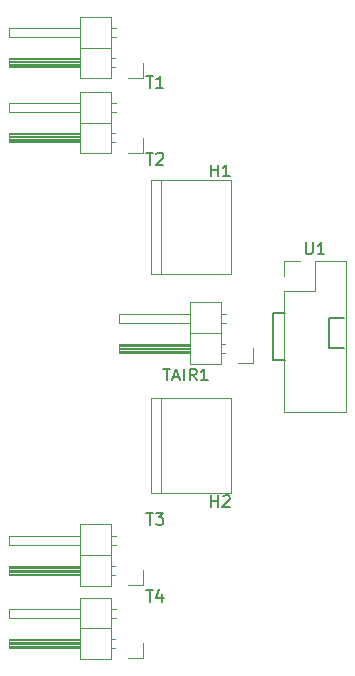
<source format=gto>
G04 #@! TF.GenerationSoftware,KiCad,Pcbnew,(5.1.6-0-10_14)*
G04 #@! TF.CreationDate,2020-08-07T14:52:54+09:00*
G04 #@! TF.ProjectId,con_lid_2x8,636f6e5f-6c69-4645-9f32-78382e6b6963,rev?*
G04 #@! TF.SameCoordinates,Original*
G04 #@! TF.FileFunction,Legend,Top*
G04 #@! TF.FilePolarity,Positive*
%FSLAX46Y46*%
G04 Gerber Fmt 4.6, Leading zero omitted, Abs format (unit mm)*
G04 Created by KiCad (PCBNEW (5.1.6-0-10_14)) date 2020-08-07 14:52:54*
%MOMM*%
%LPD*%
G01*
G04 APERTURE LIST*
%ADD10C,0.150000*%
%ADD11C,0.120000*%
G04 APERTURE END LIST*
D10*
X135000000Y-95000000D02*
X136000000Y-95000000D01*
X135000000Y-91000000D02*
X135000000Y-95000000D01*
X136000000Y-91000000D02*
X135000000Y-91000000D01*
X139700000Y-93980000D02*
X140970000Y-93980000D01*
X139700000Y-91440000D02*
X139700000Y-93980000D01*
X140970000Y-91440000D02*
X139700000Y-91440000D01*
D11*
G04 #@! TO.C,T1*
X124000000Y-71090000D02*
X122730000Y-71090000D01*
X124000000Y-69820000D02*
X124000000Y-71090000D01*
X121687071Y-66900000D02*
X121290000Y-66900000D01*
X121687071Y-67660000D02*
X121290000Y-67660000D01*
X112630000Y-66900000D02*
X118630000Y-66900000D01*
X112630000Y-67660000D02*
X112630000Y-66900000D01*
X118630000Y-67660000D02*
X112630000Y-67660000D01*
X121290000Y-68550000D02*
X118630000Y-68550000D01*
X121620000Y-69440000D02*
X121290000Y-69440000D01*
X121620000Y-70200000D02*
X121290000Y-70200000D01*
X118630000Y-69540000D02*
X112630000Y-69540000D01*
X118630000Y-69660000D02*
X112630000Y-69660000D01*
X118630000Y-69780000D02*
X112630000Y-69780000D01*
X118630000Y-69900000D02*
X112630000Y-69900000D01*
X118630000Y-70020000D02*
X112630000Y-70020000D01*
X118630000Y-70140000D02*
X112630000Y-70140000D01*
X112630000Y-69440000D02*
X118630000Y-69440000D01*
X112630000Y-70200000D02*
X112630000Y-69440000D01*
X118630000Y-70200000D02*
X112630000Y-70200000D01*
X118630000Y-71150000D02*
X121290000Y-71150000D01*
X118630000Y-65950000D02*
X118630000Y-71150000D01*
X121290000Y-65950000D02*
X118630000Y-65950000D01*
X121290000Y-71150000D02*
X121290000Y-65950000D01*
G04 #@! TO.C,T2*
X121290000Y-77500000D02*
X121290000Y-72300000D01*
X121290000Y-72300000D02*
X118630000Y-72300000D01*
X118630000Y-72300000D02*
X118630000Y-77500000D01*
X118630000Y-77500000D02*
X121290000Y-77500000D01*
X118630000Y-76550000D02*
X112630000Y-76550000D01*
X112630000Y-76550000D02*
X112630000Y-75790000D01*
X112630000Y-75790000D02*
X118630000Y-75790000D01*
X118630000Y-76490000D02*
X112630000Y-76490000D01*
X118630000Y-76370000D02*
X112630000Y-76370000D01*
X118630000Y-76250000D02*
X112630000Y-76250000D01*
X118630000Y-76130000D02*
X112630000Y-76130000D01*
X118630000Y-76010000D02*
X112630000Y-76010000D01*
X118630000Y-75890000D02*
X112630000Y-75890000D01*
X121620000Y-76550000D02*
X121290000Y-76550000D01*
X121620000Y-75790000D02*
X121290000Y-75790000D01*
X121290000Y-74900000D02*
X118630000Y-74900000D01*
X118630000Y-74010000D02*
X112630000Y-74010000D01*
X112630000Y-74010000D02*
X112630000Y-73250000D01*
X112630000Y-73250000D02*
X118630000Y-73250000D01*
X121687071Y-74010000D02*
X121290000Y-74010000D01*
X121687071Y-73250000D02*
X121290000Y-73250000D01*
X124000000Y-76170000D02*
X124000000Y-77440000D01*
X124000000Y-77440000D02*
X122730000Y-77440000D01*
G04 #@! TO.C,T3*
X124000000Y-114060000D02*
X122730000Y-114060000D01*
X124000000Y-112790000D02*
X124000000Y-114060000D01*
X121687071Y-109870000D02*
X121290000Y-109870000D01*
X121687071Y-110630000D02*
X121290000Y-110630000D01*
X112630000Y-109870000D02*
X118630000Y-109870000D01*
X112630000Y-110630000D02*
X112630000Y-109870000D01*
X118630000Y-110630000D02*
X112630000Y-110630000D01*
X121290000Y-111520000D02*
X118630000Y-111520000D01*
X121620000Y-112410000D02*
X121290000Y-112410000D01*
X121620000Y-113170000D02*
X121290000Y-113170000D01*
X118630000Y-112510000D02*
X112630000Y-112510000D01*
X118630000Y-112630000D02*
X112630000Y-112630000D01*
X118630000Y-112750000D02*
X112630000Y-112750000D01*
X118630000Y-112870000D02*
X112630000Y-112870000D01*
X118630000Y-112990000D02*
X112630000Y-112990000D01*
X118630000Y-113110000D02*
X112630000Y-113110000D01*
X112630000Y-112410000D02*
X118630000Y-112410000D01*
X112630000Y-113170000D02*
X112630000Y-112410000D01*
X118630000Y-113170000D02*
X112630000Y-113170000D01*
X118630000Y-114120000D02*
X121290000Y-114120000D01*
X118630000Y-108920000D02*
X118630000Y-114120000D01*
X121290000Y-108920000D02*
X118630000Y-108920000D01*
X121290000Y-114120000D02*
X121290000Y-108920000D01*
G04 #@! TO.C,T4*
X121290000Y-120330000D02*
X121290000Y-115130000D01*
X121290000Y-115130000D02*
X118630000Y-115130000D01*
X118630000Y-115130000D02*
X118630000Y-120330000D01*
X118630000Y-120330000D02*
X121290000Y-120330000D01*
X118630000Y-119380000D02*
X112630000Y-119380000D01*
X112630000Y-119380000D02*
X112630000Y-118620000D01*
X112630000Y-118620000D02*
X118630000Y-118620000D01*
X118630000Y-119320000D02*
X112630000Y-119320000D01*
X118630000Y-119200000D02*
X112630000Y-119200000D01*
X118630000Y-119080000D02*
X112630000Y-119080000D01*
X118630000Y-118960000D02*
X112630000Y-118960000D01*
X118630000Y-118840000D02*
X112630000Y-118840000D01*
X118630000Y-118720000D02*
X112630000Y-118720000D01*
X121620000Y-119380000D02*
X121290000Y-119380000D01*
X121620000Y-118620000D02*
X121290000Y-118620000D01*
X121290000Y-117730000D02*
X118630000Y-117730000D01*
X118630000Y-116840000D02*
X112630000Y-116840000D01*
X112630000Y-116840000D02*
X112630000Y-116080000D01*
X112630000Y-116080000D02*
X118630000Y-116080000D01*
X121687071Y-116840000D02*
X121290000Y-116840000D01*
X121687071Y-116080000D02*
X121290000Y-116080000D01*
X124000000Y-119000000D02*
X124000000Y-120270000D01*
X124000000Y-120270000D02*
X122730000Y-120270000D01*
G04 #@! TO.C,U1*
X135910000Y-99410000D02*
X141110000Y-99410000D01*
X135910000Y-89190000D02*
X135910000Y-99410000D01*
X141110000Y-86590000D02*
X141110000Y-99410000D01*
X135910000Y-89190000D02*
X138510000Y-89190000D01*
X138510000Y-89190000D02*
X138510000Y-86590000D01*
X138510000Y-86590000D02*
X141110000Y-86590000D01*
X135910000Y-87920000D02*
X135910000Y-86590000D01*
X135910000Y-86590000D02*
X137240000Y-86590000D01*
G04 #@! TO.C,H1*
X125500000Y-87750000D02*
X125500000Y-79750000D01*
X124600000Y-79750000D02*
X131400000Y-79750000D01*
X124600000Y-87750000D02*
X124600000Y-79750000D01*
X131400000Y-87750000D02*
X124600000Y-87750000D01*
X131400000Y-79750000D02*
X131400000Y-87750000D01*
G04 #@! TO.C,H2*
X131400000Y-98250000D02*
X131400000Y-106250000D01*
X131400000Y-106250000D02*
X124600000Y-106250000D01*
X124600000Y-106250000D02*
X124600000Y-98250000D01*
X124600000Y-98250000D02*
X131400000Y-98250000D01*
X125500000Y-106250000D02*
X125500000Y-98250000D01*
G04 #@! TO.C,TAIR1*
X130560000Y-95330000D02*
X130560000Y-90130000D01*
X130560000Y-90130000D02*
X127900000Y-90130000D01*
X127900000Y-90130000D02*
X127900000Y-95330000D01*
X127900000Y-95330000D02*
X130560000Y-95330000D01*
X127900000Y-94380000D02*
X121900000Y-94380000D01*
X121900000Y-94380000D02*
X121900000Y-93620000D01*
X121900000Y-93620000D02*
X127900000Y-93620000D01*
X127900000Y-94320000D02*
X121900000Y-94320000D01*
X127900000Y-94200000D02*
X121900000Y-94200000D01*
X127900000Y-94080000D02*
X121900000Y-94080000D01*
X127900000Y-93960000D02*
X121900000Y-93960000D01*
X127900000Y-93840000D02*
X121900000Y-93840000D01*
X127900000Y-93720000D02*
X121900000Y-93720000D01*
X130890000Y-94380000D02*
X130560000Y-94380000D01*
X130890000Y-93620000D02*
X130560000Y-93620000D01*
X130560000Y-92730000D02*
X127900000Y-92730000D01*
X127900000Y-91840000D02*
X121900000Y-91840000D01*
X121900000Y-91840000D02*
X121900000Y-91080000D01*
X121900000Y-91080000D02*
X127900000Y-91080000D01*
X130957071Y-91840000D02*
X130560000Y-91840000D01*
X130957071Y-91080000D02*
X130560000Y-91080000D01*
X133270000Y-94000000D02*
X133270000Y-95270000D01*
X133270000Y-95270000D02*
X132000000Y-95270000D01*
G04 #@! TO.C,T1*
D10*
X124238095Y-70952380D02*
X124809523Y-70952380D01*
X124523809Y-71952380D02*
X124523809Y-70952380D01*
X125666666Y-71952380D02*
X125095238Y-71952380D01*
X125380952Y-71952380D02*
X125380952Y-70952380D01*
X125285714Y-71095238D01*
X125190476Y-71190476D01*
X125095238Y-71238095D01*
G04 #@! TO.C,T2*
X124238095Y-77452380D02*
X124809523Y-77452380D01*
X124523809Y-78452380D02*
X124523809Y-77452380D01*
X125095238Y-77547619D02*
X125142857Y-77500000D01*
X125238095Y-77452380D01*
X125476190Y-77452380D01*
X125571428Y-77500000D01*
X125619047Y-77547619D01*
X125666666Y-77642857D01*
X125666666Y-77738095D01*
X125619047Y-77880952D01*
X125047619Y-78452380D01*
X125666666Y-78452380D01*
G04 #@! TO.C,T3*
X124238095Y-107952380D02*
X124809523Y-107952380D01*
X124523809Y-108952380D02*
X124523809Y-107952380D01*
X125047619Y-107952380D02*
X125666666Y-107952380D01*
X125333333Y-108333333D01*
X125476190Y-108333333D01*
X125571428Y-108380952D01*
X125619047Y-108428571D01*
X125666666Y-108523809D01*
X125666666Y-108761904D01*
X125619047Y-108857142D01*
X125571428Y-108904761D01*
X125476190Y-108952380D01*
X125190476Y-108952380D01*
X125095238Y-108904761D01*
X125047619Y-108857142D01*
G04 #@! TO.C,T4*
X124238095Y-114452380D02*
X124809523Y-114452380D01*
X124523809Y-115452380D02*
X124523809Y-114452380D01*
X125571428Y-114785714D02*
X125571428Y-115452380D01*
X125333333Y-114404761D02*
X125095238Y-115119047D01*
X125714285Y-115119047D01*
G04 #@! TO.C,U1*
X137748095Y-85042380D02*
X137748095Y-85851904D01*
X137795714Y-85947142D01*
X137843333Y-85994761D01*
X137938571Y-86042380D01*
X138129047Y-86042380D01*
X138224285Y-85994761D01*
X138271904Y-85947142D01*
X138319523Y-85851904D01*
X138319523Y-85042380D01*
X139319523Y-86042380D02*
X138748095Y-86042380D01*
X139033809Y-86042380D02*
X139033809Y-85042380D01*
X138938571Y-85185238D01*
X138843333Y-85280476D01*
X138748095Y-85328095D01*
G04 #@! TO.C,H1*
X129738095Y-79452380D02*
X129738095Y-78452380D01*
X129738095Y-78928571D02*
X130309523Y-78928571D01*
X130309523Y-79452380D02*
X130309523Y-78452380D01*
X131309523Y-79452380D02*
X130738095Y-79452380D01*
X131023809Y-79452380D02*
X131023809Y-78452380D01*
X130928571Y-78595238D01*
X130833333Y-78690476D01*
X130738095Y-78738095D01*
G04 #@! TO.C,H2*
X129738095Y-107452380D02*
X129738095Y-106452380D01*
X129738095Y-106928571D02*
X130309523Y-106928571D01*
X130309523Y-107452380D02*
X130309523Y-106452380D01*
X130738095Y-106547619D02*
X130785714Y-106500000D01*
X130880952Y-106452380D01*
X131119047Y-106452380D01*
X131214285Y-106500000D01*
X131261904Y-106547619D01*
X131309523Y-106642857D01*
X131309523Y-106738095D01*
X131261904Y-106880952D01*
X130690476Y-107452380D01*
X131309523Y-107452380D01*
G04 #@! TO.C,TAIR1*
X125686428Y-95722380D02*
X126257857Y-95722380D01*
X125972142Y-96722380D02*
X125972142Y-95722380D01*
X126543571Y-96436666D02*
X127019761Y-96436666D01*
X126448333Y-96722380D02*
X126781666Y-95722380D01*
X127115000Y-96722380D01*
X127448333Y-96722380D02*
X127448333Y-95722380D01*
X128495952Y-96722380D02*
X128162619Y-96246190D01*
X127924523Y-96722380D02*
X127924523Y-95722380D01*
X128305476Y-95722380D01*
X128400714Y-95770000D01*
X128448333Y-95817619D01*
X128495952Y-95912857D01*
X128495952Y-96055714D01*
X128448333Y-96150952D01*
X128400714Y-96198571D01*
X128305476Y-96246190D01*
X127924523Y-96246190D01*
X129448333Y-96722380D02*
X128876904Y-96722380D01*
X129162619Y-96722380D02*
X129162619Y-95722380D01*
X129067380Y-95865238D01*
X128972142Y-95960476D01*
X128876904Y-96008095D01*
G04 #@! TD*
M02*

</source>
